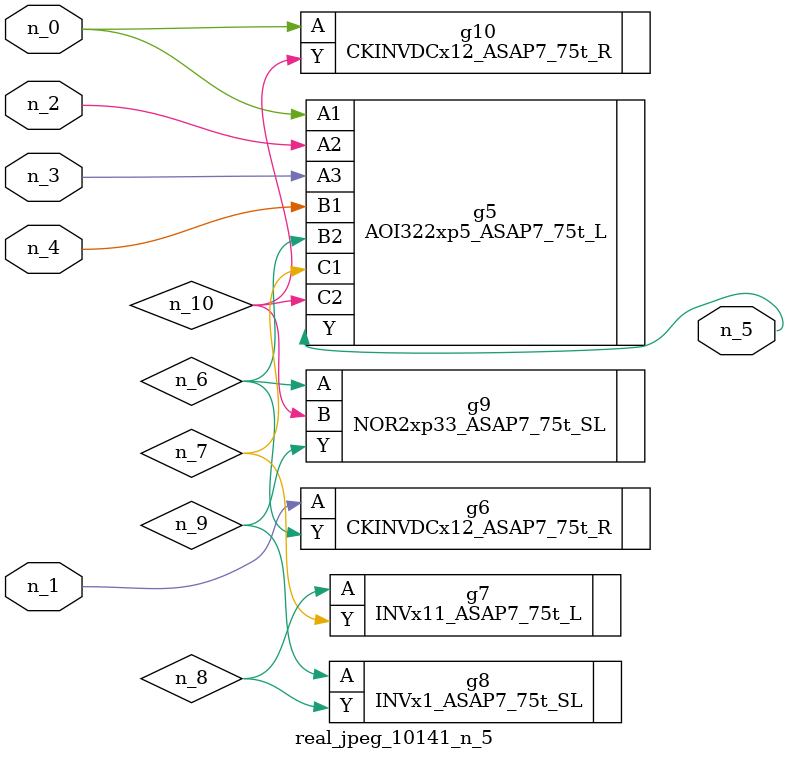
<source format=v>
module real_jpeg_10141_n_5 (n_4, n_0, n_1, n_2, n_3, n_5);

input n_4;
input n_0;
input n_1;
input n_2;
input n_3;

output n_5;

wire n_8;
wire n_6;
wire n_7;
wire n_10;
wire n_9;

AOI322xp5_ASAP7_75t_L g5 ( 
.A1(n_0),
.A2(n_2),
.A3(n_3),
.B1(n_4),
.B2(n_6),
.C1(n_7),
.C2(n_10),
.Y(n_5)
);

CKINVDCx12_ASAP7_75t_R g10 ( 
.A(n_0),
.Y(n_10)
);

CKINVDCx12_ASAP7_75t_R g6 ( 
.A(n_1),
.Y(n_6)
);

NOR2xp33_ASAP7_75t_SL g9 ( 
.A(n_6),
.B(n_10),
.Y(n_9)
);

INVx11_ASAP7_75t_L g7 ( 
.A(n_8),
.Y(n_7)
);

INVx1_ASAP7_75t_SL g8 ( 
.A(n_9),
.Y(n_8)
);


endmodule
</source>
